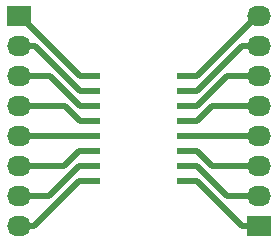
<source format=gbr>
G04 #@! TF.FileFunction,Copper,L1,Top,Signal*
%FSLAX46Y46*%
G04 Gerber Fmt 4.6, Leading zero omitted, Abs format (unit mm)*
G04 Created by KiCad (PCBNEW 4.0.2-stable) date 9/13/2016 3:03:07 PM*
%MOMM*%
G01*
G04 APERTURE LIST*
%ADD10C,0.100000*%
%ADD11R,2.032000X1.727200*%
%ADD12O,2.032000X1.727200*%
%ADD13R,1.500000X0.610000*%
%ADD14C,0.500000*%
G04 APERTURE END LIST*
D10*
D11*
X137160000Y-88900000D03*
D12*
X137160000Y-91440000D03*
X137160000Y-93980000D03*
X137160000Y-96520000D03*
X137160000Y-99060000D03*
X137160000Y-101600000D03*
X137160000Y-104140000D03*
X137160000Y-106680000D03*
D11*
X157480000Y-106680000D03*
D12*
X157480000Y-104140000D03*
X157480000Y-101600000D03*
X157480000Y-99060000D03*
X157480000Y-96520000D03*
X157480000Y-93980000D03*
X157480000Y-91440000D03*
X157480000Y-88900000D03*
D13*
X143320000Y-93980000D03*
X143320000Y-95250000D03*
X143320000Y-96520000D03*
X143320000Y-97790000D03*
X143320000Y-99060000D03*
X143320000Y-100330000D03*
X143320000Y-101600000D03*
X143320000Y-102870000D03*
X151320000Y-102870000D03*
X151320000Y-101600000D03*
X151320000Y-100330000D03*
X151320000Y-99060000D03*
X151320000Y-97790000D03*
X151320000Y-96520000D03*
X151320000Y-95250000D03*
X151320000Y-93980000D03*
D14*
X143320000Y-93980000D02*
X142367000Y-93980000D01*
X142367000Y-93980000D02*
X137287000Y-88900000D01*
X137287000Y-88900000D02*
X137160000Y-88900000D01*
X143320000Y-95250000D02*
X142367000Y-95250000D01*
X138557000Y-91440000D02*
X137160000Y-91440000D01*
X142367000Y-95250000D02*
X138557000Y-91440000D01*
X143320000Y-95250000D02*
X142748000Y-95250000D01*
X143320000Y-96520000D02*
X142367000Y-96520000D01*
X139827000Y-93980000D02*
X137160000Y-93980000D01*
X142367000Y-96520000D02*
X139827000Y-93980000D01*
X143320000Y-97790000D02*
X142367000Y-97790000D01*
X141097000Y-96520000D02*
X137160000Y-96520000D01*
X142367000Y-97790000D02*
X141097000Y-96520000D01*
X143320000Y-99060000D02*
X137160000Y-99060000D01*
X143320000Y-100330000D02*
X142240000Y-100330000D01*
X140970000Y-101600000D02*
X137160000Y-101600000D01*
X142240000Y-100330000D02*
X140970000Y-101600000D01*
X143320000Y-101600000D02*
X142240000Y-101600000D01*
X139700000Y-104140000D02*
X137160000Y-104140000D01*
X142240000Y-101600000D02*
X139700000Y-104140000D01*
X143320000Y-102870000D02*
X142240000Y-102870000D01*
X138430000Y-106680000D02*
X137160000Y-106680000D01*
X142240000Y-102870000D02*
X138430000Y-106680000D01*
X151320000Y-102870000D02*
X152273000Y-102870000D01*
X156083000Y-106680000D02*
X157480000Y-106680000D01*
X152273000Y-102870000D02*
X156083000Y-106680000D01*
X151320000Y-101600000D02*
X152273000Y-101600000D01*
X154813000Y-104140000D02*
X157480000Y-104140000D01*
X152273000Y-101600000D02*
X154813000Y-104140000D01*
X151320000Y-100330000D02*
X152273000Y-100330000D01*
X153543000Y-101600000D02*
X157480000Y-101600000D01*
X152273000Y-100330000D02*
X153543000Y-101600000D01*
X151320000Y-99060000D02*
X152273000Y-99060000D01*
X152273000Y-99060000D02*
X157480000Y-99060000D01*
X151320000Y-97790000D02*
X152273000Y-97790000D01*
X153543000Y-96520000D02*
X157480000Y-96520000D01*
X152273000Y-97790000D02*
X153543000Y-96520000D01*
X151320000Y-96520000D02*
X152273000Y-96520000D01*
X154813000Y-93980000D02*
X157480000Y-93980000D01*
X152273000Y-96520000D02*
X154813000Y-93980000D01*
X151320000Y-95250000D02*
X152273000Y-95250000D01*
X156083000Y-91440000D02*
X157480000Y-91440000D01*
X152273000Y-95250000D02*
X156083000Y-91440000D01*
X151320000Y-93980000D02*
X152273000Y-93980000D01*
X152273000Y-93980000D02*
X157353000Y-88900000D01*
X157353000Y-88900000D02*
X157480000Y-88900000D01*
M02*

</source>
